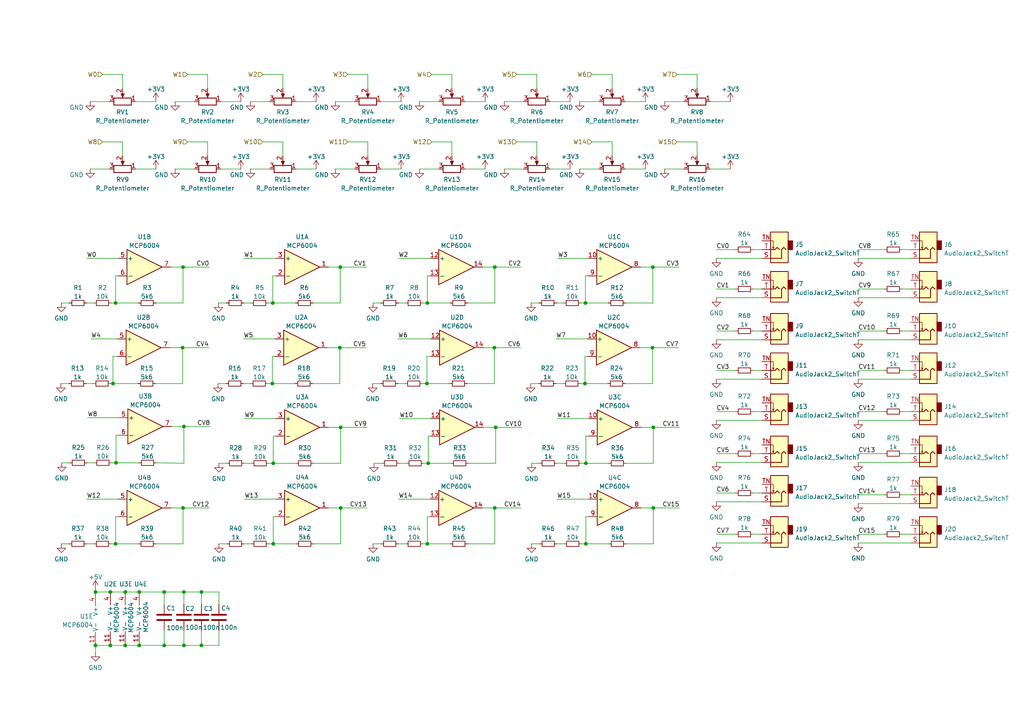
<source format=kicad_sch>
(kicad_sch (version 20231120) (generator "eeschema") (generator_version "8.0")
  (paper "A4")
  (junction (at 189.484 147.32))
  (junction (at 33.655 134.239))
  (junction (at 98.806 123.952))
  (junction (at 123.952 87.884))
  (junction (at 169.799 87.884))
  (junction (at 123.952 157.734))
  (junction (at 98.806 147.32))
  (junction (at 169.672 111.252))
  (junction (at 32.004 171.704))
  (junction (at 169.926 157.734))
  (junction (at 27.686 171.704))
  (junction (at 79.248 134.366))
  (junction (at 53.34 187.198))
  (junction (at 53.086 147.32))
  (junction (at 36.322 171.704))
  (junction (at 98.679 77.47))
  (junction (at 169.926 134.366))
  (junction (at 58.42 187.198))
  (junction (at 47.625 187.198))
  (junction (at 98.552 100.838))
  (junction (at 123.825 111.252))
  (junction (at 53.34 171.704))
  (junction (at 189.484 123.952))
  (junction (at 79.121 87.884))
  (junction (at 78.994 111.252))
  (junction (at 53.086 77.47))
  (junction (at 143.764 123.952))
  (junction (at 36.322 187.198))
  (junction (at 40.386 171.704))
  (junction (at 143.383 100.838))
  (junction (at 189.357 77.47))
  (junction (at 189.23 100.838))
  (junction (at 33.528 157.734))
  (junction (at 27.686 187.198))
  (junction (at 143.51 77.47))
  (junction (at 143.51 147.32))
  (junction (at 40.386 187.198))
  (junction (at 32.766 111.252))
  (junction (at 58.42 171.704))
  (junction (at 33.528 87.884))
  (junction (at 52.959 100.838))
  (junction (at 32.004 187.198))
  (junction (at 53.34 123.698))
  (junction (at 79.248 157.734))
  (junction (at 124.206 134.366))
  (junction (at 47.625 171.704))
  (wire (pts (xy 79.248 157.734) (xy 77.978 157.734)))
  (wire (pts (xy 177.546 25.654) (xy 177.546 21.59)))
  (wire (pts (xy 58.42 171.704) (xy 63.5 171.704)))
  (wire (pts (xy 161.544 121.412) (xy 170.688 121.412)))
  (wire (pts (xy 143.51 157.734) (xy 143.51 147.32)))
  (wire (pts (xy 33.528 80.01) (xy 33.528 87.884)))
  (wire (pts (xy 185.928 147.32) (xy 189.484 147.32)))
  (wire (pts (xy 90.805 87.884) (xy 98.679 87.884)))
  (wire (pts (xy 115.57 144.78) (xy 124.714 144.78)))
  (wire (pts (xy 248.92 107.442) (xy 256.54 107.442)))
  (wire (pts (xy 261.62 96.012) (xy 264.16 96.012)))
  (wire (pts (xy 79.248 149.86) (xy 79.248 157.734)))
  (wire (pts (xy 218.44 107.442) (xy 220.98 107.442)))
  (wire (pts (xy 196.342 41.148) (xy 202.184 41.148)))
  (wire (pts (xy 192.786 29.464) (xy 198.374 29.464)))
  (wire (pts (xy 261.62 131.572) (xy 264.16 131.572)))
  (wire (pts (xy 90.932 134.366) (xy 98.806 134.366)))
  (wire (pts (xy 79.121 87.884) (xy 85.725 87.884)))
  (wire (pts (xy 189.484 123.952) (xy 197.104 123.952)))
  (wire (pts (xy 149.86 41.148) (xy 155.702 41.148)))
  (wire (pts (xy 95.25 147.32) (xy 98.806 147.32)))
  (wire (pts (xy 25.146 74.93) (xy 34.29 74.93)))
  (wire (pts (xy 161.544 144.78) (xy 170.688 144.78)))
  (wire (pts (xy 123.952 87.884) (xy 122.682 87.884)))
  (wire (pts (xy 72.644 111.252) (xy 70.612 111.252)))
  (wire (pts (xy 207.772 134.112) (xy 220.98 134.112)))
  (wire (pts (xy 171.704 41.148) (xy 177.546 41.148)))
  (wire (pts (xy 146.304 29.464) (xy 151.892 29.464)))
  (wire (pts (xy 53.086 77.47) (xy 60.706 77.47)))
  (wire (pts (xy 20.066 87.884) (xy 17.78 87.884)))
  (wire (pts (xy 33.528 157.734) (xy 32.258 157.734)))
  (wire (pts (xy 248.92 83.82) (xy 256.54 83.82)))
  (wire (pts (xy 189.484 157.734) (xy 189.484 147.32)))
  (wire (pts (xy 248.92 146.05) (xy 264.16 146.05)))
  (wire (pts (xy 124.206 134.366) (xy 122.936 134.366)))
  (wire (pts (xy 121.666 49.022) (xy 127.254 49.022)))
  (wire (pts (xy 45.212 157.734) (xy 53.086 157.734)))
  (wire (pts (xy 139.954 147.32) (xy 143.51 147.32)))
  (wire (pts (xy 169.926 134.366) (xy 176.53 134.366)))
  (wire (pts (xy 98.806 134.366) (xy 98.806 123.952)))
  (wire (pts (xy 169.926 157.734) (xy 168.656 157.734)))
  (wire (pts (xy 131.064 25.654) (xy 131.064 21.59)))
  (wire (pts (xy 261.62 107.442) (xy 264.16 107.442)))
  (wire (pts (xy 49.53 77.47) (xy 53.086 77.47)))
  (wire (pts (xy 131.064 45.212) (xy 131.064 41.148)))
  (wire (pts (xy 248.92 154.94) (xy 256.54 154.94)))
  (wire (pts (xy 248.92 98.552) (xy 264.16 98.552)))
  (wire (pts (xy 135.89 134.366) (xy 143.764 134.366)))
  (wire (pts (xy 60.198 25.654) (xy 60.198 21.59)))
  (wire (pts (xy 70.866 121.412) (xy 80.01 121.412)))
  (wire (pts (xy 98.552 111.252) (xy 98.552 100.838)))
  (wire (pts (xy 39.37 29.464) (xy 45.212 29.464)))
  (wire (pts (xy 52.959 100.838) (xy 60.579 100.838)))
  (wire (pts (xy 33.655 134.239) (xy 40.259 134.239)))
  (wire (pts (xy 115.57 74.93) (xy 124.714 74.93)))
  (wire (pts (xy 189.23 100.838) (xy 196.85 100.838)))
  (wire (pts (xy 80.01 149.86) (xy 79.248 149.86)))
  (wire (pts (xy 33.528 157.734) (xy 40.132 157.734)))
  (wire (pts (xy 124.714 80.01) (xy 123.952 80.01)))
  (wire (pts (xy 207.772 83.82) (xy 213.36 83.82)))
  (wire (pts (xy 196.342 21.59) (xy 202.184 21.59)))
  (wire (pts (xy 248.92 121.92) (xy 264.16 121.92)))
  (wire (pts (xy 64.008 49.022) (xy 69.85 49.022)))
  (wire (pts (xy 149.86 21.59) (xy 155.702 21.59)))
  (wire (pts (xy 143.383 100.838) (xy 151.003 100.838)))
  (wire (pts (xy 123.952 149.86) (xy 123.952 157.734)))
  (wire (pts (xy 248.92 74.93) (xy 264.16 74.93)))
  (wire (pts (xy 20.193 134.239) (xy 17.907 134.239)))
  (wire (pts (xy 169.799 87.884) (xy 176.403 87.884)))
  (wire (pts (xy 72.644 49.022) (xy 78.232 49.022)))
  (wire (pts (xy 134.874 29.464) (xy 140.716 29.464)))
  (wire (pts (xy 169.799 87.884) (xy 168.529 87.884)))
  (wire (pts (xy 181.61 134.366) (xy 189.484 134.366)))
  (wire (pts (xy 32.766 111.252) (xy 40.005 111.252)))
  (wire (pts (xy 156.464 157.734) (xy 154.178 157.734)))
  (wire (pts (xy 27.686 171.704) (xy 27.686 171.958)))
  (wire (pts (xy 124.206 126.492) (xy 124.206 134.366)))
  (wire (pts (xy 143.51 147.32) (xy 151.13 147.32)))
  (wire (pts (xy 32.004 171.704) (xy 36.322 171.704)))
  (wire (pts (xy 79.248 134.366) (xy 85.852 134.366)))
  (wire (pts (xy 248.92 157.48) (xy 264.16 157.48)))
  (wire (pts (xy 218.44 119.38) (xy 220.98 119.38)))
  (wire (pts (xy 40.386 187.198) (xy 47.625 187.198)))
  (wire (pts (xy 161.798 74.93) (xy 170.5621 74.93)))
  (wire (pts (xy 40.386 186.944) (xy 40.386 187.198)))
  (wire (pts (xy 168.148 29.464) (xy 173.736 29.464)))
  (wire (pts (xy 134.874 49.022) (xy 140.716 49.022)))
  (wire (pts (xy 63.5 187.198) (xy 58.42 187.198)))
  (wire (pts (xy 248.92 96.012) (xy 256.54 96.012)))
  (wire (pts (xy 123.952 80.01) (xy 123.952 87.884)))
  (wire (pts (xy 261.62 119.38) (xy 264.16 119.38)))
  (wire (pts (xy 35.56 25.654) (xy 35.56 21.59)))
  (wire (pts (xy 170.688 149.86) (xy 169.926 149.86)))
  (wire (pts (xy 248.92 86.36) (xy 264.16 86.36)))
  (wire (pts (xy 110.363 111.252) (xy 108.077 111.252)))
  (wire (pts (xy 155.702 25.654) (xy 155.702 21.59)))
  (wire (pts (xy 143.764 123.952) (xy 151.384 123.952)))
  (wire (pts (xy 207.772 131.572) (xy 213.36 131.572)))
  (wire (pts (xy 35.56 45.212) (xy 35.56 41.148)))
  (wire (pts (xy 207.772 98.552) (xy 220.98 98.552)))
  (wire (pts (xy 110.744 134.366) (xy 108.458 134.366)))
  (wire (pts (xy 82.042 25.654) (xy 82.042 21.59)))
  (wire (pts (xy 100.838 21.59) (xy 106.68 21.59)))
  (wire (pts (xy 163.576 157.734) (xy 161.544 157.734)))
  (wire (pts (xy 79.121 87.884) (xy 77.851 87.884)))
  (wire (pts (xy 76.2 41.148) (xy 82.042 41.148)))
  (wire (pts (xy 110.49 29.464) (xy 116.332 29.464)))
  (wire (pts (xy 54.356 41.148) (xy 60.198 41.148)))
  (wire (pts (xy 33.528 149.86) (xy 33.528 157.734)))
  (wire (pts (xy 100.838 41.148) (xy 106.68 41.148)))
  (wire (pts (xy 26.162 29.464) (xy 31.75 29.464)))
  (wire (pts (xy 207.772 107.442) (xy 213.36 107.442)))
  (wire (pts (xy 33.528 87.884) (xy 32.258 87.884)))
  (wire (pts (xy 202.184 25.654) (xy 202.184 21.59)))
  (wire (pts (xy 33.528 87.884) (xy 40.132 87.884)))
  (wire (pts (xy 106.68 45.212) (xy 106.68 41.148)))
  (wire (pts (xy 143.383 111.252) (xy 143.383 100.838)))
  (wire (pts (xy 125.222 41.148) (xy 131.064 41.148)))
  (wire (pts (xy 140.208 123.952) (xy 143.764 123.952)))
  (wire (pts (xy 97.282 29.464) (xy 102.87 29.464)))
  (wire (pts (xy 207.772 74.93) (xy 220.98 74.93)))
  (wire (pts (xy 159.512 29.464) (xy 165.354 29.464)))
  (wire (pts (xy 163.322 111.252) (xy 161.29 111.252)))
  (wire (pts (xy 65.786 157.734) (xy 63.5 157.734)))
  (wire (pts (xy 70.866 144.78) (xy 80.01 144.78)))
  (wire (pts (xy 29.718 41.148) (xy 35.56 41.148)))
  (wire (pts (xy 189.484 134.366) (xy 189.484 123.952)))
  (wire (pts (xy 185.8021 77.47) (xy 189.357 77.47)))
  (wire (pts (xy 110.49 157.734) (xy 108.204 157.734)))
  (wire (pts (xy 78.994 111.252) (xy 77.724 111.252)))
  (wire (pts (xy 95.25 123.952) (xy 98.806 123.952)))
  (wire (pts (xy 54.356 21.59) (xy 60.198 21.59)))
  (wire (pts (xy 27.686 187.198) (xy 27.686 189.23)))
  (wire (pts (xy 79.248 126.492) (xy 79.248 134.366)))
  (wire (pts (xy 32.004 171.704) (xy 27.686 171.704)))
  (wire (pts (xy 64.008 29.464) (xy 69.85 29.464)))
  (wire (pts (xy 248.92 134.112) (xy 264.16 134.112)))
  (wire (pts (xy 192.786 49.022) (xy 198.374 49.022)))
  (wire (pts (xy 36.322 186.944) (xy 36.322 187.198)))
  (wire (pts (xy 53.34 175.26) (xy 53.34 171.704)))
  (wire (pts (xy 27.051 111.252) (xy 25.019 111.252)))
  (wire (pts (xy 29.718 21.59) (xy 35.56 21.59)))
  (wire (pts (xy 189.357 77.47) (xy 196.977 77.47)))
  (wire (pts (xy 135.636 157.734) (xy 143.51 157.734)))
  (wire (pts (xy 207.772 145.542) (xy 220.98 145.542)))
  (wire (pts (xy 218.44 83.82) (xy 220.98 83.82)))
  (wire (pts (xy 115.443 98.298) (xy 124.968 98.298)))
  (wire (pts (xy 207.772 121.92) (xy 220.98 121.92)))
  (wire (pts (xy 98.679 87.884) (xy 98.679 77.47)))
  (wire (pts (xy 163.576 134.366) (xy 161.544 134.366)))
  (wire (pts (xy 34.29 80.01) (xy 33.528 80.01)))
  (wire (pts (xy 248.92 119.38) (xy 256.54 119.38)))
  (wire (pts (xy 218.44 72.39) (xy 220.98 72.39)))
  (wire (pts (xy 40.386 171.704) (xy 47.625 171.704)))
  (wire (pts (xy 248.92 143.51) (xy 256.54 143.51)))
  (wire (pts (xy 125.222 21.59) (xy 131.064 21.59)))
  (wire (pts (xy 27.686 187.198) (xy 32.004 187.198)))
  (wire (pts (xy 189.484 147.32) (xy 197.104 147.32)))
  (wire (pts (xy 143.764 134.366) (xy 143.764 123.952)))
  (wire (pts (xy 135.509 111.252) (xy 143.383 111.252)))
  (wire (pts (xy 163.449 87.884) (xy 161.417 87.884)))
  (wire (pts (xy 26.162 49.022) (xy 31.75 49.022)))
  (wire (pts (xy 156.21 111.252) (xy 153.924 111.252)))
  (wire (pts (xy 261.62 143.51) (xy 264.16 143.51)))
  (wire (pts (xy 72.898 157.734) (xy 70.866 157.734)))
  (wire (pts (xy 218.44 96.012) (xy 220.98 96.012)))
  (wire (pts (xy 32.004 187.198) (xy 36.322 187.198)))
  (wire (pts (xy 79.121 80.01) (xy 79.121 87.884)))
  (wire (pts (xy 218.44 131.572) (xy 220.98 131.572)))
  (wire (pts (xy 33.655 134.239) (xy 32.385 134.239)))
  (wire (pts (xy 159.512 49.022) (xy 165.354 49.022)))
  (wire (pts (xy 36.322 171.704) (xy 40.386 171.704)))
  (wire (pts (xy 63.5 171.704) (xy 63.5 175.26)))
  (wire (pts (xy 63.5 182.88) (xy 63.5 187.198)))
  (wire (pts (xy 58.42 171.704) (xy 58.42 175.26)))
  (wire (pts (xy 98.679 77.47) (xy 106.299 77.47)))
  (wire (pts (xy 207.772 109.982) (xy 220.98 109.982)))
  (wire (pts (xy 47.625 171.704) (xy 53.34 171.704)))
  (wire (pts (xy 110.49 49.022) (xy 116.332 49.022)))
  (wire (pts (xy 169.926 126.492) (xy 169.926 134.366)))
  (wire (pts (xy 123.825 103.378) (xy 123.825 111.252)))
  (wire (pts (xy 65.532 111.252) (xy 63.246 111.252)))
  (wire (pts (xy 169.672 111.252) (xy 168.402 111.252)))
  (wire (pts (xy 49.784 123.698) (xy 53.34 123.698)))
  (wire (pts (xy 115.824 121.412) (xy 124.968 121.412)))
  (wire (pts (xy 49.53 147.32) (xy 53.086 147.32)))
  (wire (pts (xy 169.672 111.252) (xy 176.276 111.252)))
  (wire (pts (xy 207.772 72.39) (xy 213.36 72.39)))
  (wire (pts (xy 135.636 87.884) (xy 143.51 87.884)))
  (wire (pts (xy 47.625 182.88) (xy 47.625 187.198)))
  (wire (pts (xy 82.042 45.212) (xy 82.042 41.148)))
  (wire (pts (xy 169.799 80.01) (xy 170.5621 80.01)))
  (wire (pts (xy 20.066 157.734) (xy 17.78 157.734)))
  (wire (pts (xy 169.926 134.366) (xy 168.656 134.366)))
  (wire (pts (xy 106.68 25.654) (xy 106.68 21.59)))
  (wire (pts (xy 117.475 111.252) (xy 115.443 111.252)))
  (wire (pts (xy 110.49 87.884) (xy 108.204 87.884)))
  (wire (pts (xy 207.772 119.38) (xy 213.36 119.38)))
  (wire (pts (xy 181.356 111.252) (xy 189.23 111.252)))
  (wire (pts (xy 94.996 100.838) (xy 98.552 100.838)))
  (wire (pts (xy 181.356 29.464) (xy 187.198 29.464)))
  (wire (pts (xy 169.926 149.86) (xy 169.926 157.734)))
  (wire (pts (xy 123.952 157.734) (xy 130.556 157.734)))
  (wire (pts (xy 124.206 134.366) (xy 130.81 134.366)))
  (wire (pts (xy 97.282 49.022) (xy 102.87 49.022)))
  (wire (pts (xy 185.928 123.952) (xy 189.484 123.952)))
  (wire (pts (xy 168.148 49.022) (xy 173.736 49.022)))
  (wire (pts (xy 34.29 149.86) (xy 33.528 149.86)))
  (wire (pts (xy 85.852 49.022) (xy 91.694 49.022)))
  (wire (pts (xy 139.954 77.47) (xy 143.51 77.47)))
  (wire (pts (xy 79.756 103.378) (xy 78.994 103.378)))
  (wire (pts (xy 124.714 149.86) (xy 123.952 149.86)))
  (wire (pts (xy 85.852 29.464) (xy 91.694 29.464)))
  (wire (pts (xy 189.23 111.252) (xy 189.23 100.838)))
  (wire (pts (xy 248.92 109.982) (xy 264.16 109.982)))
  (wire (pts (xy 90.678 111.252) (xy 98.552 111.252)))
  (wire (pts (xy 123.825 103.378) (xy 124.968 103.378)))
  (wire (pts (xy 98.806 157.734) (xy 98.806 147.32)))
  (wire (pts (xy 58.42 187.198) (xy 53.34 187.198)))
  (wire (pts (xy 53.086 87.884) (xy 53.086 77.47)))
  (wire (pts (xy 117.856 134.366) (xy 115.824 134.366)))
  (wire (pts (xy 205.994 49.022) (xy 211.836 49.022)))
  (wire (pts (xy 98.552 100.838) (xy 106.172 100.838)))
  (wire (pts (xy 143.51 77.47) (xy 151.13 77.47)))
  (wire (pts (xy 207.772 96.012) (xy 213.36 96.012)))
  (wire (pts (xy 25.146 144.78) (xy 34.29 144.78)))
  (wire (pts (xy 53.34 123.698) (xy 60.96 123.698)))
  (wire (pts (xy 124.968 126.492) (xy 124.206 126.492)))
  (wire (pts (xy 45.339 134.239) (xy 53.34 134.366)))
  (wire (pts (xy 80.01 126.492) (xy 79.248 126.492)))
  (wire (pts (xy 207.772 86.36) (xy 220.98 86.36)))
  (wire (pts (xy 248.92 131.572) (xy 256.54 131.572)))
  (wire (pts (xy 53.34 182.88) (xy 53.34 187.198)))
  (wire (pts (xy 52.959 111.252) (xy 52.959 100.838)))
  (wire (pts (xy 146.304 49.022) (xy 151.892 49.022)))
  (wire (pts (xy 98.806 147.32) (xy 106.426 147.32)))
  (wire (pts (xy 218.44 154.94) (xy 220.98 154.94)))
  (wire (pts (xy 117.602 157.734) (xy 115.57 157.734)))
  (wire (pts (xy 169.799 80.01) (xy 169.799 87.884)))
  (wire (pts (xy 25.4 121.158) (xy 34.544 121.158)))
  (wire (pts (xy 79.248 157.734) (xy 85.852 157.734)))
  (wire (pts (xy 27.305 134.239) (xy 25.273 134.239)))
  (wire (pts (xy 90.932 157.734) (xy 98.806 157.734)))
  (wire (pts (xy 207.772 143.002) (xy 213.36 143.002)))
  (wire (pts (xy 181.61 157.734) (xy 189.484 157.734)))
  (wire (pts (xy 27.178 87.884) (xy 25.146 87.884)))
  (wire (pts (xy 161.29 98.298) (xy 170.434 98.298)))
  (wire (pts (xy 121.666 29.464) (xy 127.254 29.464)))
  (wire (pts (xy 177.546 45.212) (xy 177.546 41.148)))
  (wire (pts (xy 261.62 83.82) (xy 264.16 83.82)))
  (wire (pts (xy 185.674 100.838) (xy 189.23 100.838)))
  (wire (pts (xy 189.357 87.884) (xy 189.357 77.47)))
  (wire (pts (xy 27.686 170.942) (xy 27.686 171.704)))
  (wire (pts (xy 39.37 49.022) (xy 45.212 49.022)))
  (wire (pts (xy 50.8 29.464) (xy 56.388 29.464)))
  (wire (pts (xy 72.898 134.366) (xy 70.866 134.366)))
  (wire (pts (xy 155.702 45.212) (xy 155.702 41.148)))
  (wire (pts (xy 49.276 100.838) (xy 52.959 100.838)))
  (wire (pts (xy 248.92 72.39) (xy 256.54 72.39)))
  (wire (pts (xy 19.939 111.252) (xy 17.653 111.252)))
  (wire (pts (xy 47.625 187.198) (xy 53.34 187.198)))
  (wire (pts (xy 170.434 103.378) (xy 169.672 103.378)))
  (wire (pts (xy 33.655 126.238) (xy 34.544 126.238)))
  (wire (pts (xy 32.131 111.252) (xy 32.766 111.252)))
  (wire (pts (xy 36.322 187.198) (xy 40.386 187.198)))
  (wire (pts (xy 98.806 123.952) (xy 106.426 123.952)))
  (wire (pts (xy 143.51 87.884) (xy 143.51 77.47)))
  (wire (pts (xy 34.036 103.378) (xy 32.766 103.378)))
  (wire (pts (xy 95.25 77.47) (xy 98.679 77.47)))
  (wire (pts (xy 117.602 87.884) (xy 115.57 87.884)))
  (wire (pts (xy 79.121 80.01) (xy 80.01 80.01)))
  (wire (pts (xy 123.825 111.252) (xy 130.429 111.252)))
  (wire (pts (xy 156.464 134.366) (xy 154.178 134.366)))
  (wire (pts (xy 181.483 87.884) (xy 189.357 87.884)))
  (wire (pts (xy 207.772 154.94) (xy 213.36 154.94)))
  (wire (pts (xy 156.337 87.884) (xy 154.051 87.884)))
  (wire (pts (xy 70.612 98.298) (xy 79.756 98.298)))
  (wire (pts (xy 58.42 182.88) (xy 58.42 187.198)))
  (wire (pts (xy 72.644 29.464) (xy 78.232 29.464)))
  (wire (pts (xy 70.739 74.93) (xy 80.01 74.93)))
  (wire (pts (xy 27.178 157.734) (xy 25.146 157.734)))
  (wire (pts (xy 79.248 134.366) (xy 77.978 134.366)))
  (wire (pts (xy 123.952 87.884) (xy 130.556 87.884)))
  (wire (pts (xy 123.952 157.734) (xy 122.682 157.734)))
  (wire (pts (xy 207.772 157.48) (xy 220.98 157.48)))
  (wire (pts (xy 171.704 21.59) (xy 177.546 21.59)))
  (wire (pts (xy 181.356 49.022) (xy 187.198 49.022)))
  (wire (pts (xy 60.198 45.212) (xy 60.198 41.148)))
  (wire (pts (xy 261.62 154.94) (xy 264.16 154.94)))
  (wire (pts (xy 123.825 111.252) (xy 122.555 111.252)))
  (wire (pts (xy 202.184 45.212) (xy 202.184 41.148)))
  (wire (pts (xy 140.208 100.838) (xy 143.383 100.838)))
  (wire (pts (xy 47.625 171.704) (xy 47.625 175.26)))
  (wire (pts (xy 78.994 111.252) (xy 85.598 111.252)))
  (wire (pts (xy 169.672 103.378) (xy 169.672 111.252)))
  (wire (pts (xy 205.994 29.464) (xy 211.836 29.464)))
  (wire (pts (xy 78.994 103.378) (xy 78.994 111.252)))
  (wire (pts (xy 65.659 87.884) (xy 63.373 87.884)))
  (wire (pts (xy 33.655 126.238) (xy 33.655 134.239)))
  (wire (pts (xy 261.62 72.39) (xy 264.16 72.39)))
  (wire (pts (xy 53.086 157.734) (xy 53.086 147.32)))
  (wire (pts (xy 53.34 123.698) (xy 53.34 134.366)))
  (wire (pts (xy 53.34 171.704) (xy 58.42 171.704)))
  (wire (pts (xy 169.926 157.734) (xy 176.53 157.734)))
  (wire (pts (xy 76.2 21.59) (xy 82.042 21.59)))
  (wire (pts (xy 170.688 126.492) (xy 169.926 126.492)))
  (wire (pts (xy 218.44 143.002) (xy 220.98 143.002)))
  (wire (pts (xy 65.786 134.366) (xy 63.5 134.366)))
  (wire (pts (xy 45.085 111.252) (xy 52.959 111.252)))
  (wire (pts (xy 26.416 98.298) (xy 34.036 98.298)))
  (wire (pts (xy 32.004 187.198) (xy 32.004 186.944)))
  (wire (pts (xy 45.212 87.884) (xy 53.086 87.884)))
  (wire (pts (xy 32.766 103.378) (xy 32.766 111.252)))
  (wire (pts (xy 53.086 147.32) (xy 60.706 147.32)))
  (wire (pts (xy 72.771 87.884) (xy 70.739 87.884)))
  (wire (pts (xy 50.8 49.022) (xy 56.388 49.022)))
  (label "CV15" (at 248.92 154.94 0))
  (label "CV6" (at 207.772 143.002 0))
  (label "CV5" (at 207.772 131.572 0))
  (label "CV1" (at 106.299 77.47 180))
  (label "CV7" (at 196.85 100.838 180))
  (label "CV14" (at 151.13 147.32 180))
  (label "CV14" (at 248.92 143.51 0))
  (label "CV6" (at 151.003 100.838 180))
  (label "CV8" (at 248.92 72.39 0))
  (label "CV0" (at 60.706 77.47 180))
  (label "CV12" (at 60.706 147.32 180))
  (label "CV12" (at 248.92 119.38 0))
  (label "W0" (at 25.146 74.93 0))
  (label "W10" (at 115.824 121.412 0))
  (label "W13" (at 70.866 144.78 0))
  (label "W11" (at 161.544 121.412 0))
  (label "CV3" (at 207.772 107.442 0))
  (label "W3" (at 161.798 74.93 0))
  (label "CV4" (at 60.579 100.838 180))
  (label "CV13" (at 106.426 147.32 180))
  (label "CV10" (at 151.384 123.952 180))
  (label "W12" (at 25.146 144.78 0))
  (label "W1" (at 70.739 74.93 0))
  (label "W4" (at 26.416 98.298 0))
  (label "W7" (at 161.29 98.298 0))
  (label "CV8" (at 60.96 123.698 180))
  (label "CV9" (at 248.92 83.82 0))
  (label "W5" (at 70.612 98.298 0))
  (label "CV4" (at 207.772 119.38 0))
  (label "W6" (at 115.443 98.298 0))
  (label "CV1" (at 207.772 83.82 0))
  (label "CV13" (at 248.92 131.572 0))
  (label "W2" (at 115.57 74.93 0))
  (label "CV2" (at 207.772 96.012 0))
  (label "CV5" (at 106.172 100.838 180))
  (label "W8" (at 25.4 121.158 0))
  (label "CV9" (at 106.426 123.952 180))
  (label "CV11" (at 197.104 123.952 180))
  (label "CV15" (at 197.104 147.32 180))
  (label "CV11" (at 248.92 107.442 0))
  (label "CV3" (at 196.977 77.47 180))
  (label "CV0" (at 207.772 72.39 0))
  (label "CV7" (at 207.772 154.94 0))
  (label "W9" (at 70.866 121.412 0))
  (label "CV10" (at 248.92 96.012 0))
  (label "CV2" (at 151.13 77.47 180))
  (label "W14" (at 115.57 144.78 0))
  (label "W15" (at 161.544 144.78 0))
  (hierarchical_label "W8" (shape input) (at 29.718 41.148 180))
  (hierarchical_label "W13" (shape input) (at 149.86 41.148 180))
  (hierarchical_label "W4" (shape input) (at 125.222 21.59 180))
  (hierarchical_label "W0" (shape input) (at 29.718 21.59 180))
  (hierarchical_label "W10" (shape input) (at 76.2 41.148 180))
  (hierarchical_label "W3" (shape input) (at 100.838 21.59 180))
  (hierarchical_label "W15" (shape input) (at 196.342 41.148 180))
  (hierarchical_label "W11" (shape input) (at 100.838 41.148 180))
  (hierarchical_label "W2" (shape input) (at 76.2 21.59 180))
  (hierarchical_label "W12" (shape input) (at 125.222 41.148 180))
  (hierarchical_label "W14" (shape input) (at 171.704 41.148 180))
  (hierarchical_label "W7" (shape input) (at 196.342 21.59 180))
  (hierarchical_label "W9" (shape input) (at 54.356 41.148 180))
  (hierarchical_label "W1" (shape input) (at 54.356 21.59 180))
  (hierarchical_label "W6" (shape input) (at 171.704 21.59 180))
  (hierarchical_label "W5" (shape input) (at 149.86 21.59 180))
  (symbol (lib_id "Device:R_Small") (at 158.75 111.252 270) (unit 1)
    (property "Reference" "R22" (at 158.75 106.8156 90))
    (property "Value" "1k" (at 158.75 109.3525 90))
    (property "Footprint" "Resistor_SMD:R_0402_1005Metric" (effects (hide yes)))
  )
  (symbol (lib_id "Device:R_Small") (at 215.9 143.002 90) (unit 1)
    (property "Reference" "R76" (at 215.9 138.5656 90))
    (property "Value" "1k" (at 215.9 141.1025 90))
    (property "Footprint" "Resistor_SMD:R_0402_1005Metric" (effects (hide yes)))
  )
  (symbol (lib_id "Device:R_Small") (at 120.015 111.252 270) (unit 1)
    (property "Reference" "R20" (at 120.015 106.8156 90))
    (property "Value" "10k" (at 120.015 109.3525 90))
    (property "Footprint" "Resistor_SMD:R_0402_1005Metric" (effects (hide yes)))
  )
  (symbol (lib_id "Device:R_Small") (at 215.9 83.82 90) (unit 1)
    (property "Reference" "R66" (at 215.9 79.3836 90))
    (property "Value" "1k" (at 215.9 81.9205 90))
    (property "Footprint" "Resistor_SMD:R_0402_1005Metric" (effects (hide yes)))
  )
  (symbol (lib_id "power:GND") (at 17.907 134.239 0) (unit 1)
    (property "Reference" "#PWR093" (effects (hide yes)))
    (property "Value" "GND" (at 17.907 138.6824 0))
  )
  (symbol (lib_id "power:GND") (at 97.282 49.022 0) (unit 1)
    (property "Reference" "#PWR023" (effects (hide yes)))
    (property "Value" "GND" (at 95.3771 50.7258 0) (effects (justify right)))
  )
  (symbol (lib_id "Connector:AudioJack2_SwitchT") (at 269.24 72.39 180) (unit 1)
    (property "Reference" "J6" (at 273.812 70.9203 0) (effects (justify right)))
    (property "Value" "AudioJack2_SwitchT" (at 273.812 73.4572 0) (effects (justify right)))
    (property "Footprint" "ta_library:Thonkiconn" (effects (hide yes)))
  )
  (symbol (lib_id "Amplifier_Operational:MCP6004") (at 178.054 100.838 0) (unit 3)
    (property "Reference" "U2" (at 178.054 92.0582 0))
    (property "Value" "MCP6004" (at 178.054 94.5951 0))
    (property "Footprint" "Package_SO:SOIC-14_3.9x8.7mm_P1.27mm" (effects (hide yes)))
    (property "Datasheet" "http://ww1.microchip.com/downloads/en/DeviceDoc/21733j.pdf" (effects (hide yes)))
  )
  (symbol (lib_id "power:GND") (at 50.8 29.464 0) (unit 1)
    (property "Reference" "#PWR03" (effects (hide yes)))
    (property "Value" "GND" (at 48.8951 31.1678 0) (effects (justify right)))
  )
  (symbol (lib_id "power:GND") (at 207.772 98.552 0) (unit 1)
    (property "Reference" "#PWR085" (effects (hide yes)))
    (property "Value" "GND" (at 207.772 102.9954 0))
  )
  (symbol (lib_id "power:GND") (at 63.5 134.366 0) (unit 1)
    (property "Reference" "#PWR040" (effects (hide yes)))
    (property "Value" "GND" (at 63.5 138.8094 0))
  )
  (symbol (lib_id "Connector:AudioJack2_SwitchT") (at 226.06 83.82 180) (unit 1)
    (property "Reference" "J7" (at 230.632 82.3503 0) (effects (justify right)))
    (property "Value" "AudioJack2_SwitchT" (at 230.632 84.8872 0) (effects (justify right)))
    (property "Footprint" "ta_library:Thonkiconn" (effects (hide yes)))
  )
  (symbol (lib_id "Amplifier_Operational:MCP6004") (at 132.334 77.47 0) (unit 4)
    (property "Reference" "U1" (at 132.334 68.6902 0))
    (property "Value" "MCP6004" (at 132.334 71.2271 0))
    (property "Footprint" "Package_SO:SOIC-14_3.9x8.7mm_P1.27mm" (effects (hide yes)))
    (property "Datasheet" "http://ww1.microchip.com/downloads/en/DeviceDoc/21733j.pdf" (effects (hide yes)))
  )
  (symbol (lib_id "Device:R_Small") (at 29.591 111.252 270) (unit 1)
    (property "Reference" "R14" (at 29.591 106.8156 90))
    (property "Value" "10k" (at 29.591 109.3525 90))
    (property "Footprint" "Resistor_SMD:R_0402_1005Metric" (effects (hide yes)))
  )
  (symbol (lib_id "Connector:AudioJack2_SwitchT") (at 226.06 143.002 180) (unit 1)
    (property "Reference" "J17" (at 230.632 141.5323 0) (effects (justify right)))
    (property "Value" "AudioJack2_SwitchT" (at 230.632 144.0692 0) (effects (justify right)))
    (property "Footprint" "ta_library:Thonkiconn" (effects (hide yes)))
  )
  (symbol (lib_id "Connector:AudioJack2_SwitchT") (at 269.24 96.012 180) (unit 1)
    (property "Reference" "J10" (at 273.812 94.5423 0) (effects (justify right)))
    (property "Value" "AudioJack2_SwitchT" (at 273.812 97.0792 0) (effects (justify right)))
    (property "Footprint" "ta_library:Thonkiconn" (effects (hide yes)))
  )
  (symbol (lib_id "power:GND") (at 63.5 157.734 0) (unit 1)
    (property "Reference" "#PWR043" (effects (hide yes)))
    (property "Value" "GND" (at 63.5 162.1774 0))
  )
  (symbol (lib_id "Device:R_Small") (at 259.08 143.51 90) (unit 1)
    (property "Reference" "R77" (at 259.08 139.0736 90))
    (property "Value" "1k" (at 259.08 141.6105 90))
    (property "Footprint" "Resistor_SMD:R_0402_1005Metric" (effects (hide yes)))
  )
  (symbol (lib_id "power:GND") (at 207.772 121.92 0) (unit 1)
    (property "Reference" "#PWR089" (effects (hide yes)))
    (property "Value" "GND" (at 207.772 126.3634 0))
  )
  (symbol (lib_id "Amplifier_Operational:MCP6004") (at 87.63 123.952 0) (unit 1)
    (property "Reference" "U3" (at 87.63 115.1722 0))
    (property "Value" "MCP6004" (at 87.63 117.7091 0))
    (property "Footprint" "Package_SO:SOIC-14_3.9x8.7mm_P1.27mm" (effects (hide yes)))
    (property "Datasheet" "http://ww1.microchip.com/downloads/en/DeviceDoc/21733j.pdf" (effects (hide yes)))
  )
  (symbol (lib_id "power:+3V3") (at 69.85 29.464 0) (unit 1)
    (property "Reference" "#PWR02" (effects (hide yes)))
    (property "Value" "+3V3" (at 69.85 25.8882 0))
  )
  (symbol (lib_id "Device:R_Small") (at 68.072 111.252 270) (unit 1)
    (property "Reference" "R16" (at 68.072 106.8156 90))
    (property "Value" "1k" (at 68.072 109.3525 90))
    (property "Footprint" "Resistor_SMD:R_0402_1005Metric" (effects (hide yes)))
  )
  (symbol (lib_id "power:GND") (at 108.204 87.884 0) (unit 1)
    (property "Reference" "#PWR034" (effects (hide yes)))
    (property "Value" "GND" (at 108.204 92.3274 0))
  )
  (symbol (lib_id "power:GND") (at 248.92 86.36 0) (unit 1)
    (property "Reference" "#PWR084" (effects (hide yes)))
    (property "Value" "GND" (at 248.92 90.8034 0))
  )
  (symbol (lib_id "Amplifier_Operational:MCP6004") (at 87.63 147.32 0) (unit 1)
    (property "Reference" "U4" (at 87.63 138.43 0))
    (property "Value" "MCP6004" (at 87.63 141.0771 0))
    (property "Footprint" "Package_SO:SOIC-14_3.9x8.7mm_P1.27mm" (effects (hide yes)))
    (property "Datasheet" "http://ww1.microchip.com/downloads/en/DeviceDoc/21733j.pdf" (effects (hide yes)))
  )
  (symbol (lib_id "Connector:AudioJack2_SwitchT") (at 269.24 154.94 180) (unit 1)
    (property "Reference" "J20" (at 273.812 153.4703 0) (effects (justify right)))
    (property "Value" "AudioJack2_SwitchT" (at 273.812 156.0072 0) (effects (justify right)))
    (property "Footprint" "ta_library:Thonkiconn" (effects (hide yes)))
  )
  (symbol (lib_id "power:GND") (at 248.92 109.982 0) (unit 1)
    (property "Reference" "#PWR088" (effects (hide yes)))
    (property "Value" "GND" (at 248.92 114.4254 0))
  )
  (symbol (lib_id "Amplifier_Operational:MCP6004") (at 38.862 179.324 0) (unit 5)
    (property "Reference" "U3" (at 34.544 169.418 0) (effects (justify left)))
    (property "Value" "MCP6004" (at 37.973 183.642 90) (effects (justify left)))
    (property "Footprint" "Package_SO:SOIC-14_3.9x8.7mm_P1.27mm" (effects (hide yes)))
    (property "Datasheet" "http://ww1.microchip.com/downloads/en/DeviceDoc/21733j.pdf" (effects (hide yes)))
  )
  (symbol (lib_id "power:GND") (at 72.644 29.464 0) (unit 1)
    (property "Reference" "#PWR05" (effects (hide yes)))
    (property "Value" "GND" (at 70.7391 31.1678 0) (effects (justify right)))
  )
  (symbol (lib_id "Device:R_Small") (at 159.004 157.734 270) (unit 1)
    (property "Reference" "R46" (at 159.004 153.2976 90))
    (property "Value" "1k" (at 159.004 155.8345 90))
    (property "Footprint" "Resistor_SMD:R_0402_1005Metric" (effects (hide yes)))
  )
  (symbol (lib_id "Device:R_Small") (at 215.9 107.442 90) (unit 1)
    (property "Reference" "R70" (at 215.9 103.0056 90))
    (property "Value" "1k" (at 215.9 105.5425 90))
    (property "Footprint" "Resistor_SMD:R_0402_1005Metric" (effects (hide yes)))
  )
  (symbol (lib_id "power:GND") (at 154.051 87.884 0) (unit 1)
    (property "Reference" "#PWR035" (effects (hide yes)))
    (property "Value" "GND" (at 154.051 92.3274 0))
  )
  (symbol (lib_id "Device:R_Potentiometer") (at 155.702 49.022 270) (mirror x) (unit 1)
    (property "Reference" "RV14" (at 155.702 52.0684 90))
    (property "Value" "R_Potentiometer" (at 155.702 54.6053 90))
    (property "Footprint" "ta_library:Alps_60mm_Fader" (effects (hide yes)))
  )
  (symbol (lib_id "power:+3V3") (at 91.694 29.464 0) (unit 1)
    (property "Reference" "#PWR04" (effects (hide yes)))
    (property "Value" "+3V3" (at 91.694 25.8882 0))
  )
  (symbol (lib_id "Device:R_Small") (at 42.545 111.252 270) (unit 1)
    (property "Reference" "R15" (at 42.545 106.8156 90))
    (property "Value" "5k6" (at 42.545 109.3525 90))
    (property "Footprint" "Resistor_SMD:R_0402_1005Metric" (effects (hide yes)))
  )
  (symbol (lib_id "Device:R_Potentiometer") (at 202.184 49.022 270) (mirror x) (unit 1)
    (property "Reference" "RV16" (at 202.184 52.0684 90))
    (property "Value" "R_Potentiometer" (at 202.184 54.6053 90))
    (property "Footprint" "ta_library:Alps_60mm_Fader" (effects (hide yes)))
  )
  (symbol (lib_id "Device:R_Small") (at 133.096 157.734 270) (unit 1)
    (property "Reference" "R45" (at 133.096 153.2976 90))
    (property "Value" "5k6" (at 133.096 155.8345 90))
    (property "Footprint" "Resistor_SMD:R_0402_1005Metric" (effects (hide yes)))
  )
  (symbol (lib_id "Device:R_Small") (at 259.08 131.572 90) (unit 1)
    (property "Reference" "R75" (at 259.08 127.1356 90))
    (property "Value" "1k" (at 259.08 129.6725 90))
    (property "Footprint" "Resistor_SMD:R_0402_1005Metric" (effects (hide yes)))
  )
  (symbol (lib_id "power:GND") (at 154.178 157.734 0) (unit 1)
    (property "Reference" "#PWR045" (effects (hide yes)))
    (property "Value" "GND" (at 154.178 162.1774 0))
  )
  (symbol (lib_id "Amplifier_Operational:MCP6004") (at 41.91 147.32 0) (unit 2)
    (property "Reference" "U4" (at 41.91 138.5402 0))
    (property "Value" "MCP6004" (at 41.91 141.0771 0))
    (property "Footprint" "Package_SO:SOIC-14_3.9x8.7mm_P1.27mm" (effects (hide yes)))
    (property "Datasheet" "http://ww1.microchip.com/downloads/en/DeviceDoc/21733j.pdf" (effects (hide yes)))
  )
  (symbol (lib_id "Device:R_Small") (at 113.284 134.366 270) (unit 1)
    (property "Reference" "R31" (at 113.284 129.9296 90))
    (property "Value" "1k" (at 113.284 132.4665 90))
    (property "Footprint" "Resistor_SMD:R_0402_1005Metric" (effects (hide yes)))
  )
  (symbol (lib_id "Device:R_Potentiometer") (at 106.68 49.022 270) (mirror x) (unit 1)
    (property "Reference" "RV12" (at 106.68 52.0684 90))
    (property "Value" "R_Potentiometer" (at 106.68 54.6053 90))
    (property "Footprint" "ta_library:Alps_60mm_Fader" (effects (hide yes)))
  )
  (symbol (lib_id "power:+3V3") (at 116.332 49.022 0) (unit 1)
    (property "Reference" "#PWR022" (effects (hide yes)))
    (property "Value" "+3V3" (at 116.332 45.4462 0))
  )
  (symbol (lib_id "Device:R_Small") (at 158.877 87.884 270) (unit 1)
    (property "Reference" "R10" (at 158.877 83.4476 90))
    (property "Value" "1k" (at 158.877 85.9845 90))
    (property "Footprint" "Resistor_SMD:R_0402_1005Metric" (effects (hide yes)))
  )
  (symbol (lib_id "power:GND") (at 17.653 111.252 0) (unit 1)
    (property "Reference" "#PWR036" (effects (hide yes)))
    (property "Value" "GND" (at 17.653 115.6954 0))
  )
  (symbol (lib_id "power:+3V3") (at 45.212 49.022 0) (unit 1)
    (property "Reference" "#PWR016" (effects (hide yes)))
    (property "Value" "+3V3" (at 45.212 45.4462 0))
  )
  (symbol (lib_id "Amplifier_Operational:MCP6004") (at 42.926 179.324 0) (unit 5)
    (property "Reference" "U4" (at 38.862 169.418 0) (effects (justify left)))
    (property "Value" "MCP6004" (at 42.291 183.515 90) (effects (justify left)))
    (property "Footprint" "Package_SO:SOIC-14_3.9x8.7mm_P1.27mm" (effects (hide yes)))
    (property "Datasheet" "http://ww1.microchip.com/downloads/en/DeviceDoc/21733j.pdf" (effects (hide yes)))
  )
  (symbol (lib_id "Device:R_Small") (at 68.199 87.884 270) (unit 1)
    (property "Reference" "R4" (at 68.199 83.4476 90))
    (property "Value" "1k" (at 68.199 85.9845 90))
    (property "Footprint" "Resistor_SMD:R_0402_1005Metric" (effects (hide yes)))
  )
  (symbol (lib_id "Amplifier_Operational:MCP6004") (at 178.1821 77.47 0) (unit 3)
    (property "Reference" "U1" (at 178.1821 68.6902 0))
    (property "Value" "MCP6004" (at 178.1821 71.2271 0))
    (property "Footprint" "Package_SO:SOIC-14_3.9x8.7mm_P1.27mm" (effects (hide yes)))
    (property "Datasheet" "http://ww1.microchip.com/downloads/en/DeviceDoc/21733j.pdf" (effects (hide yes)))
  )
  (symbol (lib_id "power:GND") (at 63.373 87.884 0) (unit 1)
    (property "Reference" "#PWR033" (effects (hide yes)))
    (property "Value" "GND" (at 63.373 92.3274 0))
  )
  (symbol (lib_id "power:GND") (at 108.458 134.366 0) (unit 1)
    (property "Reference" "#PWR041" (effects (hide yes)))
    (property "Value" "GND" (at 108.458 138.8094 0))
  )
  (symbol (lib_id "Device:C") (at 47.625 179.07 0) (unit 1)
    (property "Reference" "C1" (at 48.26 176.403 0) (effects (justify left)))
    (property "Value" "100n" (at 48.26 182.118 0) (effects (justify left)))
    (property "Footprint" "Capacitor_SMD:C_0402_1005Metric" (effects (hide yes)))
  )
  (symbol (lib_id "Device:R_Small") (at 165.989 87.884 270) (unit 1)
    (property "Reference" "R11" (at 165.989 83.4476 90))
    (property "Value" "10k" (at 165.989 85.9845 90))
    (property "Footprint" "Resistor_SMD:R_0402_1005Metric" (effects (hide yes)))
  )
  (symbol (lib_id "Device:R_Small") (at 75.438 134.366 270) (unit 1)
    (property "Reference" "R29" (at 75.438 129.9296 90))
    (property "Value" "10k" (at 75.438 132.4665 90))
    (property "Footprint" "Resistor_SMD:R_0402_1005Metric" (effects (hide yes)))
  )
  (symbol (lib_id "Device:R_Small") (at 68.326 157.734 270) (unit 1)
    (property "Reference" "R40" (at 68.326 153.2976 90))
    (property "Value" "1k" (at 68.326 155.8345 90))
    (property "Footprint" "Resistor_SMD:R_0402_1005Metric" (effects (hide yes)))
  )
  (symbol (lib_id "Device:R_Potentiometer") (at 82.042 29.464 270) (mirror x) (unit 1)
    (property "Reference" "RV3" (at 82.042 32.5104 90))
    (property "Value" "R_Potentiometer" (at 82.042 35.0473 90))
    (property "Footprint" "ta_library:Alps_60mm_Fader" (effects (hide yes)))
  )
  (symbol (lib_id "power:GND") (at 153.924 111.252 0) (unit 1)
    (property "Reference" "#PWR039" (effects (hide yes)))
    (property "Value" "GND" (at 153.924 115.6954 0))
  )
  (symbol (lib_id "Device:R_Potentiometer") (at 202.184 29.464 270) (mirror x) (unit 1)
    (property "Reference" "RV8" (at 202.184 32.5104 90))
    (property "Value" "R_Potentiometer" (at 202.184 35.0473 90))
    (property "Footprint" "ta_library:Alps_60mm_Fader" (effects (hide yes)))
  )
  (symbol (lib_id "Amplifier_Operational:MCP6004") (at 42.164 123.698 0) (unit 2)
    (property "Reference" "U3" (at 42.164 114.9182 0))
    (property "Value" "MCP6004" (at 42.164 117.4551 0))
    (property "Footprint" "Package_SO:SOIC-14_3.9x8.7mm_P1.27mm" (effects (hide yes)))
    (property "Datasheet" "http://ww1.microchip.com/downloads/en/DeviceDoc/21733j.pdf" (effects (hide yes)))
  )
  (symbol (lib_id "power:+5V") (at 27.686 170.942 0) (unit 1)
    (property "Reference" "#PWR046" (effects (hide yes)))
    (property "Value" "+5V" (at 27.686 167.3662 0))
  )
  (symbol (lib_id "Device:R_Small") (at 215.9 131.572 90) (unit 1)
    (property "Reference" "R74" (at 215.9 127.1356 90))
    (property "Value" "1k" (at 215.9 129.6725 90))
    (property "Footprint" "Resistor_SMD:R_0402_1005Metric" (effects (hide yes)))
  )
  (symbol (lib_id "Device:R_Potentiometer") (at 35.56 49.022 270) (mirror x) (unit 1)
    (property "Reference" "RV9" (at 35.56 52.0684 90))
    (property "Value" "R_Potentiometer" (at 35.56 54.6053 90))
    (property "Footprint" "ta_library:Alps_60mm_Fader" (effects (hide yes)))
  )
  (symbol (lib_id "Amplifier_Operational:MCP6004") (at 41.656 100.838 0) (unit 2)
    (property "Reference" "U2" (at 41.656 92.0582 0))
    (property "Value" "MCP6004" (at 41.656 94.5951 0))
    (property "Footprint" "Package_SO:SOIC-14_3.9x8.7mm_P1.27mm" (effects (hide yes)))
    (property "Datasheet" "http://ww1.microchip.com/downloads/en/DeviceDoc/21733j.pdf" (effects (hide yes)))
  )
  (symbol (lib_id "power:GND") (at 146.304 29.464 0) (unit 1)
    (property "Reference" "#PWR011" (effects (hide yes)))
    (property "Value" "GND" (at 144.3991 31.1678 0) (effects (justify right)))
  )
  (symbol (lib_id "Device:R_Potentiometer") (at 106.68 29.464 270) (mirror x) (unit 1)
    (property "Reference" "RV4" (at 106.68 32.5104 90))
    (property "Value" "R_Potentiometer" (at 106.68 35.0473 90))
    (property "Footprint" "ta_library:Alps_60mm_Fader" (effects (hide yes)))
  )
  (symbol (lib_id "Device:R_Small") (at 120.142 157.734 270) (unit 1)
    (property "Reference" "R44" (at 120.142 153.2976 90))
    (property "Value" "10k" (at 120.142 155.8345 90))
    (property "Footprint" "Resistor_SMD:R_0402_1005Metric" (effects (hide yes)))
  )
  (symbol (lib_id "Connector:AudioJack2_SwitchT") (at 226.06 96.012 180) (unit 1)
    (property "Reference" "J9" (at 230.632 94.5423 0) (effects (justify right)))
    (property "Value" "AudioJack2_SwitchT" (at 230.632 97.0792 0) (effects (justify right)))
    (property "Footprint" "ta_library:Thonkiconn" (effects (hide yes)))
  )
  (symbol (lib_id "Device:R_Small") (at 88.138 111.252 270) (unit 1)
    (property "Reference" "R18" (at 88.138 106.8156 90))
    (property "Value" "5k6" (at 88.138 109.3525 90))
    (property "Footprint" "Resistor_SMD:R_0402_1005Metric" (effects (hide yes)))
  )
  (symbol (lib_id "power:GND") (at 248.92 74.93 0) (unit 1)
    (property "Reference" "#PWR082" (effects (hide yes)))
    (property "Value" "GND" (at 248.92 79.3734 0))
  )
  (symbol (lib_id "power:GND") (at 207.772 74.93 0) (unit 1)
    (property "Reference" "#PWR081" (effects (hide yes)))
    (property "Value" "GND" (at 207.772 79.3734 0))
  )
  (symbol (lib_id "Device:R_Small") (at 113.03 87.884 270) (unit 1)
    (property "Reference" "R7" (at 113.03 83.4476 90))
    (property "Value" "1k" (at 113.03 85.9845 90))
    (property "Footprint" "Resistor_SMD:R_0402_1005Metric" (effects (hide yes)))
  )
  (symbol (lib_id "power:GND") (at 248.92 134.112 0) (unit 1)
    (property "Reference" "#PWR092" (effects (hide yes)))
    (property "Value" "GND" (at 248.92 138.5554 0))
  )
  (symbol (lib_id "Device:R_Small") (at 42.672 157.734 270) (unit 1)
    (property "Reference" "R39" (at 42.672 153.2976 90))
    (property "Value" "5k6" (at 42.672 155.8345 90))
    (property "Footprint" "Resistor_SMD:R_0402_1005Metric" (effects (hide yes)))
  )
  (symbol (lib_id "power:GND") (at 27.686 189.23 0) (unit 1)
    (property "Reference" "#PWR047" (effects (hide yes)))
    (property "Value" "GND" (at 27.686 193.6734 0))
  )
  (symbol (lib_id "power:+3V3") (at 69.85 49.022 0) (unit 1)
    (property "Reference" "#PWR018" (effects (hide yes)))
    (property "Value" "+3V3" (at 69.85 45.4462 0))
  )
  (symbol (lib_id "Device:R_Potentiometer") (at 155.702 29.464 270) (mirror x) (unit 1)
    (property "Reference" "RV6" (at 155.702 32.5104 90))
    (property "Value" "R_Potentiometer" (at 155.702 35.0473 90))
    (property "Footprint" "ta_library:Alps_60mm_Fader" (effects (hide yes)))
  )
  (symbol (lib_id "Device:R_Small") (at 75.184 111.252 270) (unit 1)
    (property "Reference" "R17" (at 75.184 106.8156 90))
    (property "Value" "10k" (at 75.184 109.3525 90))
    (property "Footprint" "Resistor_SMD:R_0402_1005Metric" (effects (hide yes)))
  )
  (symbol (lib_id "Connector:AudioJack2_SwitchT") (at 269.24 143.51 180) (unit 1)
    (property "Reference" "J18" (at 273.812 142.0403 0) (effects (justify right)))
    (property "Value" "AudioJack2_SwitchT" (at 273.812 144.5772 0) (effects (justify right)))
    (property "Footprint" "ta_library:Thonkiconn" (effects (hide yes)))
  )
  (symbol (lib_id "power:GND") (at 108.204 157.734 0) (unit 1)
    (property "Reference" "#PWR044" (effects (hide yes)))
    (property "Value" "GND" (at 108.204 162.1774 0))
  )
  (symbol (lib_id "Amplifier_Operational:MCP6004") (at 41.91 77.47 0) (unit 2)
    (property "Reference" "U1" (at 41.91 68.6902 0))
    (property "Value" "MCP6004" (at 41.91 71.2271 0))
    (property "Footprint" "Package_SO:SOIC-14_3.9x8.7mm_P1.27mm" (effects (hide yes)))
    (property "Datasheet" "http://ww1.microchip.com/downloads/en/DeviceDoc/21733j.pdf" (effects (hide yes)))
  )
  (symbol (lib_id "Device:R_Potentiometer") (at 177.546 49.022 270) (mirror x) (unit 1)
    (property "Reference" "RV15" (at 177.546 52.0684 90))
    (property "Value" "R_Potentiometer" (at 177.546 54.6053 90))
    (property "Footprint" "ta_library:Alps_60mm_Fader" (effects (hide yes)))
  )
  (symbol (lib_id "Connector:AudioJack2_SwitchT") (at 226.06 154.94 180) (unit 1)
    (property "Reference" "J19" (at 230.632 153.4703 0) (effects (justify right)))
    (property "Value" "AudioJack2_SwitchT" (at 230.632 156.0072 0) (effects (justify right)))
    (property "Footprint" "ta_library:Thonkiconn" (effects (hide yes)))
  )
  (symbol (lib_id "power:GND") (at 26.162 49.022 0) (unit 1)
    (property "Reference" "#PWR017" (effects (hide yes)))
    (property "Value" "GND" (at 24.2571 50.7258 0) (effects (justify right)))
  )
  (symbol (lib_id "power:GND") (at 207.772 145.542 0) (unit 1)
    (property "Reference" "#PWR094" (effects (hide yes)))
    (property "Value" "GND" (at 207.772 149.9854 0))
  )
  (symbol (lib_id "power:+3V3") (at 211.836 49.022 0) (unit 1)
    (property "Reference" "#PWR030" (effects (hide yes)))
    (property "Value" "+3V3" (at 211.836 45.4462 0))
  )
  (symbol (lib_id "Device:R_Potentiometer") (at 60.198 29.464 270) (mirror x) (unit 1)
    (property "Reference" "RV2" (at 60.198 32.5104 90))
    (property "Value" "R_Potentiometer" (at 60.198 35.0473 90))
    (property "Footprint" "ta_library:Alps_60mm_Fader" (effects (hide yes)))
  )
  (symbol (lib_id "power:GND") (at 192.786 49.022 0) (unit 1)
    (property "Reference" "#PWR031" (effects (hide yes)))
    (property "Value" "GND" (at 190.8811 50.7258 0) (effects (justify right)))
  )
  (symbol (lib_id "power:GND") (at 26.162 29.464 0) (unit 1)
    (property "Reference" "#PWR01" (effects (hide yes)))
    (property "Value" "GND" (at 24.2571 31.1678 0) (effects (justify right)))
  )
  (symbol (lib_id "power:GND") (at 207.772 86.36 0) (unit 1)
    (property "Reference" "#PWR083" (effects (hide yes)))
    (property "Value" "GND" (at 207.772 90.8034 0))
  )
  (symbol (lib_id "power:+3V3") (at 211.836 29.464 0) (unit 1)
    (property "Reference" "#PWR014" (effects (hide yes)))
    (property "Value" "+3V3" (at 211.836 25.8882 0))
  )
  (symbol (lib_id "Device:C") (at 58.42 179.07 0) (unit 1)
    (property "Reference" "C3" (at 59.055 176.53 0) (effects (justify left)))
    (property "Value" "100n" (at 58.801 181.991 0) (effects (justify left)))
    (property "Footprint" "Capacitor_SMD:C_0402_1005Metric" (effects (hide yes)))
  )
  (symbol (lib_id "Connector:AudioJack2_SwitchT") (at 269.24 119.38 180) (unit 1)
    (property "Reference" "J14" (at 273.812 117.9103 0) (effects (justify right)))
    (property "Value" "AudioJack2_SwitchT" (at 273.812 120.4472 0) (effects (justify right)))
    (property "Footprint" "ta_library:Thonkiconn" (effects (hide yes)))
  )
  (symbol (lib_id "Device:R_Small") (at 42.799 134.239 270) (unit 1)
    (property "Reference" "R27" (at 42.799 129.8026 90))
    (property "Value" "5k6" (at 42.799 132.3395 90))
    (property "Footprint" "Resistor_SMD:R_0402_1005Metric" (effects (hide yes)))
  )
  (symbol (lib_id "Device:R_Small") (at 215.9 119.38 90) (unit 1)
    (property "Reference" "R72" (at 215.9 114.9436 90))
    (property "Value" "1k" (at 215.9 117.4805 90))
    (property "Footprint" "Resistor_SMD:R_0402_1005Metric" (effects (hide yes)))
  )
  (symbol (lib_id "Amplifier_Operational:MCP6004") (at 34.544 179.324 0) (unit 5)
    (property "Reference" "U2" (at 30.099 169.418 0) (effects (justify left)))
    (property "Value" "MCP6004" (at 33.782 183.642 90) (effects (justify left)))
    (property "Footprint" "Package_SO:SOIC-14_3.9x8.7mm_P1.27mm" (effects (hide yes)))
    (property "Datasheet" "http://ww1.microchip.com/downloads/en/DeviceDoc/21733j.pdf" (effects (hide yes)))
  )
  (symbol (lib_id "power:+3V3") (at 187.198 29.464 0) (unit 1)
    (property "Reference" "#PWR012" (effects (hide yes)))
    (property "Value" "+3V3" (at 187.198 25.8882 0))
  )
  (symbol (lib_id "power:GND") (at 17.78 157.734 0) (unit 1)
    (property "Reference" "#PWR098" (effects (hide yes)))
    (property "Value" "GND" (at 17.78 162.1774 0))
  )
  (symbol (lib_id "Device:R_Small") (at 259.08 96.012 90) (unit 1)
    (property "Reference" "R69" (at 259.08 91.5756 90))
    (property "Value" "1k" (at 259.08 94.1125 90))
    (property "Footprint" "Resistor_SMD:R_0402_1005Metric" (effects (hide yes)))
  )
  (symbol (lib_id "power:GND") (at 207.772 109.982 0) (unit 1)
    (property "Reference" "#PWR087" (effects (hide yes)))
    (property "Value" "GND" (at 207.772 114.4254 0))
  )
  (symbol (lib_id "power:GND") (at 192.786 29.464 0) (unit 1)
    (property "Reference" "#PWR015" (effects (hide yes)))
    (property "Value" "GND" (at 190.8811 31.1678 0) (effects (justify right)))
  )
  (symbol (lib_id "power:GND") (at 168.148 29.464 0) (unit 1)
    (property "Reference" "#PWR013" (effects (hide yes)))
    (property "Value" "GND" (at 166.2431 31.1678 0) (effects (justify right)))
  )
  (symbol (lib_id "Connector:AudioJack2_SwitchT") (at 226.06 72.39 180) (unit 1)
    (property "Reference" "J5" (at 230.632 70.9203 0) (effects (justify right)))
    (property "Value" "AudioJack2_SwitchT" (at 230.632 73.4572 0) (effects (justify right)))
    (property "Footprint" "ta_library:Thonkiconn" (effects (hide yes)))
  )
  (symbol (lib_id "Device:R_Small") (at 120.142 87.884 270) (unit 1)
    (property "Reference" "R8" (at 120.142 83.4476 90))
    (property "Value" "10k" (at 120.142 85.9845 90))
    (property "Footprint" "Resistor_SMD:R_0402_1005Metric" (effects (hide yes)))
  )
  (symbol (lib_id "Device:R_Small") (at 42.672 87.884 270) (unit 1)
    (property "Reference" "R3" (at 42.672 83.4476 90))
    (property "Value" "5k6" (at 42.672 85.9845 90))
    (property "Footprint" "Resistor_SMD:R_0402_1005Metric" (effects (hide yes)))
  )
  (symbol (lib_id "Device:R_Small") (at 215.9 72.39 90) (unit 1)
    (property "Reference" "R64" (at 215.9 67.9536 90))
    (property "Value" "1k" (at 215.9 70.4905 90))
    (property "Footprint" "Resistor_SMD:R_0402_1005Metric" (effects (hide yes)))
  )
  (symbol (lib_id "Device:R_Small") (at 166.116 157.734 270) (unit 1)
    (property "Reference" "R47" (at 166.116 153.2976 90))
    (property "Value" "10k" (at 166.116 155.8345 90))
    (property "Footprint" "Resistor_SMD:R_0402_1005Metric" (effects (hide yes)))
  )
  (symbol (lib_id "Device:R_Small") (at 29.845 134.239 270) (unit 1)
    (property "Reference" "R26" (at 29.845 129.8026 90))
    (property "Value" "10k" (at 29.845 132.3395 90))
    (property "Footprint" "Resistor_SMD:R_0402_1005Metric" (effects (hide yes)))
  )
  (symbol (lib_id "Amplifier_Operational:MCP6004") (at 87.376 100.838 0) (unit 1)
    (property "Reference" "U2" (at 87.376 92.0582 0))
    (property "Value" "MCP6004" (at 87.376 94.5951 0))
    (property "Footprint" "Package_SO:SOIC-14_3.9x8.7mm_P1.27mm" (effects (hide yes)))
    (property "Datasheet" "http://ww1.microchip.com/downloads/en/DeviceDoc/21733j.pdf" (effects (hide yes)))
  )
  (symbol (lib_id "power:GND") (at 108.077 111.252 0) (unit 1)
    (property "Reference" "#PWR038" (effects (hide yes)))
    (property "Value" "GND" (at 108.077 115.6954 0))
  )
  (symbol (lib_id "power:+3V3") (at 116.332 29.464 0) (unit 1)
    (property "Reference" "#PWR06" (effects (hide yes)))
    (property "Value" "+3V3" (at 116.332 25.8882 0))
  )
  (symbol (lib_id "Device:R_Small") (at 120.396 134.366 270) (unit 1)
    (property "Reference" "R32" (at 120.396 129.9296 90))
    (property "Value" "10k" (at 120.396 132.4665 90))
    (property "Footprint" "Resistor_SMD:R_0402_1005Metric" (effects (hide yes)))
  )
  (symbol (lib_id "Device:R_Small") (at 88.392 134.366 270) (unit 1)
    (property "Reference" "R30" (at 88.392 129.9296 90))
    (property "Value" "5k6" (at 88.392 132.4665 90))
    (property "Footprint" "Resistor_SMD:R_0402_1005Metric" (effects (hide yes)))
  )
  (symbol (lib_id "Device:R_Potentiometer") (at 131.064 49.022 270) (mirror x) (unit 1)
    (property "Reference" "RV13" (at 131.064 52.0684 90))
    (property "Value" "R_Potentiometer" (at 131.064 54.6053 90))
    (property "Footprint" "ta_library:Alps_60mm_Fader" (effects (hide yes)))
  )
  (symbol (lib_id "Amplifier_Operational:MCP6004") (at 30.226 179.578 0) (unit 5)
    (property "Reference" "U1" (at 27.0511 178.7433 0) (effects (justify right)))
    (property "Value" "MCP6004" (at 27.0511 181.2802 0) (effects (justify right)))
    (property "Footprint" "Package_SO:SOIC-14_3.9x8.7mm_P1.27mm" (effects (hide yes)))
    (property "Datasheet" "http://ww1.microchip.com/downloads/en/DeviceDoc/21733j.pdf" (effects (hide yes)))
  )
  (symbol (lib_id "Connector:AudioJack2_SwitchT") (at 226.06 131.572 180) (unit 1)
    (property "Reference" "J15" (at 230.632 130.1023 0) (effects (justify right)))
    (property "Value" "AudioJack2_SwitchT" (at 230.632 132.6392 0) (effects (justify right)))
    (property "Footprint" "ta_library:Thonkiconn" (effects (hide yes)))
  )
  (symbol (lib_id "Amplifier_Operational:MCP6004") (at 178.308 147.32 0) (unit 3)
    (property "Reference" "U4" (at 178.308 138.5402 0))
    (property "Value" "MCP6004" (at 178.308 141.0771 0))
    (property "Footprint" "Package_SO:SOIC-14_3.9x8.7mm_P1.27mm" (effects (hide yes)))
    (property "Datasheet" "http://ww1.microchip.com/downloads/en/DeviceDoc/21733j.pdf" (effects (hide yes)))
  )
  (symbol (lib_id "Connector:AudioJack2_SwitchT") (at 269.24 83.82 180) (unit 1)
    (property "Reference" "J8" (at 273.812 82.3503 0) (effects (justify right)))
    (property "Value" "AudioJack2_SwitchT" (at 273.812 84.8872 0) (effects (justify right)))
    (property "Footprint" "ta_library:Thonkiconn" (effects (hide yes)))
  )
  (symbol (lib_id "Connector:AudioJack2_SwitchT") (at 269.24 131.572 180) (unit 1)
    (property "Reference" "J16" (at 273.812 130.1023 0) (effects (justify right)))
    (property "Value" "AudioJack2_SwitchT" (at 273.812 132.6392 0) (effects (justify right)))
    (property "Footprint" "ta_library:Thonkiconn" (effects (hide yes)))
  )
  (symbol (lib_id "Amplifier_Operational:MCP6004") (at 87.63 77.47 0) (unit 1)
    (property "Reference" "U1" (at 87.63 68.6902 0))
    (property "Value" "MCP6004" (at 87.63 71.2271 0))
    (property "Footprint" "Package_SO:SOIC-14_3.9x8.7mm_P1.27mm" (effects (hide yes)))
    (property "Datasheet" "http://ww1.microchip.com/downloads/en/DeviceDoc/21733j.pdf" (effects (hide yes)))
  )
  (symbol (lib_id "Device:R_Small") (at 88.265 87.884 270) (unit 1)
    (property "Reference" "R6" (at 88.265 83.4476 90))
    (property "Value" "5k6" (at 88.265 85.9845 90))
    (property "Footprint" "Resistor_SMD:R_0402_1005Metric" (effects (hide yes)))
  )
  (symbol (lib_id "power:GND") (at 121.666 29.464 0) (unit 1)
    (property "Reference" "#PWR09" (effects (hide yes)))
    (property "Value" "GND" (at 119.7611 31.1678 0) (effects (justify right)))
  )
  (symbol (lib_id "power:GND") (at 97.282 29.464 0) (unit 1)
    (property "Reference" "#PWR07" (effects (hide yes)))
    (property "Value" "GND" (at 95.3771 31.1678 0) (effects (justify right)))
  )
  (symbol (lib_id "Amplifier_Operational:MCP6004") (at 132.588 123.952 0) (unit 4)
    (property "Reference" "U3" (at 132.588 115.1722 0))
    (property "Value" "MCP6004" (at 132.588 117.7091 0))
    (property "Footprint" "Package_SO:SOIC-14_3.9x8.7mm_P1.27mm" (effects (hide yes)))
    (property "Datasheet" "http://ww1.microchip.com/downloads/en/DeviceDoc/21733j.pdf" (effects (hide yes)))
  )
  (symbol (lib_id "Device:R_Small") (at 179.07 134.366 270) (unit 1)
    (property "Reference" "R36" (at 179.07 129.9296 90))
    (property "Value" "5k6" (at 179.07 132.4665 90))
    (property "Footprint" "Resistor_SMD:R_0402_1005Metric" (effects (hide yes)))
  )
  (symbol (lib_id "power:+3V3") (at 140.716 29.464 0) (unit 1)
    (property "Reference" "#PWR08" (effects (hide yes)))
    (property "Value" "+3V3" (at 140.716 25.8882 0))
  )
  (symbol (lib_id "Device:R_Small") (at 259.08 154.94 90) (unit 1)
    (property "Reference" "R79" (at 259.08 150.5036 90))
    (property "Value" "1k" (at 259.08 153.0405 90))
    (property "Footprint" "Resistor_SMD:R_0402_1005Metric" (effects (hide yes)))
  )
  (symbol (lib_id "Device:R_Small") (at 259.08 83.82 90) (unit 1)
    (property "Reference" "R67" (at 259.08 79.3836 90))
    (property "Value" "1k" (at 259.08 81.9205 90))
    (property "Footprint" "Resistor_SMD:R_0402_1005Metric" (effects (hide yes)))
  )
  (symbol (lib_id "power:GND") (at 248.92 157.48 0) (unit 1)
    (property "Reference" "#PWR097" (effects (hide yes)))
    (property "Value" "GND" (at 248.92 161.9234 0))
  )
  (symbol (lib_id "Device:R_Small") (at 68.326 134.366 270) (unit 1)
    (property "Reference" "R28" (at 68.326 129.9296 90))
    (property "Value" "1k" (at 68.326 132.4665 90))
    (property "Footprint" "Resistor_SMD:R_0402_1005Metric" (effects (hide yes)))
  )
  (symbol (lib_id "Device:R_Small") (at 259.08 119.38 90) (unit 1)
    (property "Reference" "R73" (at 259.08 114.9436 90))
    (property "Value" "1k" (at 259.08 117.4805 90))
    (property "Footprint" "Resistor_SMD:R_0402_1005Metric" (effects (hide yes)))
  )
  (symbol (lib_id "Connector:AudioJack2_SwitchT") (at 226.06 119.38 180) (unit 1)
    (property "Reference" "J13" (at 230.632 117.9103 0) (effects (justify right)))
    (property "Value" "AudioJack2_SwitchT" (at 230.632 120.4472 0) (effects (justify right)))
    (property "Footprint" "ta_library:Thonkiconn" (effects (hide yes)))
  )
  (symbol (lib_id "Device:R_Small") (at 259.08 72.39 90) (unit 1)
    (property "Reference" "R65" (at 259.08 67.9536 90))
    (property "Value" "1k" (at 259.08 70.4905 90))
    (property "Footprint" "Resistor_SMD:R_0402_1005Metric" (effects (hide yes)))
  )
  (symbol (lib_id "Device:R_Small") (at 29.718 87.884 270) (unit 1)
    (property "Reference" "R2" (at 29.718 83.4476 90))
    (property "Value" "10k" (at 29.718 85.9845 90))
    (property "Footprint" "Resistor_SMD:R_0402_1005Metric" (effects (hide yes)))
  )
  (symbol (lib_id "Device:R_Potentiometer") (at 60.198 49.022 270) (mirror x) (unit 1)
    (property "Reference" "RV10" (at 60.198 52.0684 90))
    (property "Value" "R_Potentiometer" (at 60.198 54.6053 90))
    (property "Footprint" "ta_library:Alps_60mm_Fader" (effects (hide yes)))
  )
  (symbol (lib_id "power:GND") (at 168.148 49.022 0) (unit 1)
    (property "Reference" "#PWR029" (effects (hide yes)))
    (property "Value" "GND" (at 166.2431 50.7258 0) (effects (justify right)))
  )
  (symbol (lib_id "power:+3V3") (at 165.354 29.464 0) (unit 1)
    (property "Reference" "#PWR010" (effects (hide yes)))
    (property "Value" "+3V3" (at 165.354 25.8882 0))
  )
  (symbol (lib_id "power:GND") (at 121.666 49.022 0) (unit 1)
    (property "Reference" "#PWR025" (effects (hide yes)))
    (property "Value" "GND" (at 119.7611 50.7258 0) (effects (justify right)))
  )
  (symbol (lib_id "power:+3V3") (at 187.198 49.022 0) (unit 1)
    (property "Reference" "#PWR028" (effects (hide yes)))
    (property "Value" "+3V3" (at 187.198 45.4462 0))
  )
  (symbol (lib_id "Device:R_Small") (at 75.438 157.734 270) (unit 1)
    (property "Reference" "R41" (at 75.438 153.2976 90))
    (property "Value" "10k" (at 75.438 155.8345 90))
    (property "Footprint" "Resistor_SMD:R_0402_1005Metric" (effects (hide yes)))
  )
  (symbol (lib_id "Device:R_Potentiometer") (at 35.56 29.464 270) (mirror x) (unit 1)
    (property "Reference" "RV1" (at 35.56 32.5104 90))
    (property "Value" "R_Potentiometer" (at 35.56 35.0473 90))
    (property "Footprint" "ta_library:Alps_60mm_Fader" (effects (hide yes)))
  )
  (symbol (lib_id "Device:R_Small") (at 133.35 134.366 270) (unit 1)
    (property "Reference" "R33" (at 133.35 129.9296 90))
    (property "Value" "5k6" (at 133.35 132.4665 90))
    (property "Footprint" "Resistor_SMD:R_0402_1005Metric" (effects (hide yes)))
  )
  (symbol (lib_id "Device:R_Potentiometer") (at 177.546 29.464 270) (mirror x) (unit 1)
    (property "Reference" "RV7" (at 177.546 32.5104 90))
    (property "Value" "R_Potentiometer" (at 177.546 35.0473 90))
    (property "Footprint" "ta_library:Alps_60mm_Fader" (effects (hide yes)))
  )
  (symbol (lib_id "Device:R_Small") (at 215.9 154.94 90) (unit 1)
    (property "Reference" "R78" (at 215.9 150.5036 90))
    (property "Value" "1k" (at 215.9 153.0405 90))
    (property "Footprint" "Resistor_SMD:R_0402_1005Metric" (effects (hide yes)))
  )
  (symbol (lib_id "Device:R_Small") (at 259.08 107.442 90) (unit 1)
    (property "Reference" "R71" (at 259.08 103.0056 90))
    (property "Value" "1k" (at 259.08 105.5425 90))
    (property "Footprint" "Resistor_SMD:R_0402_1005Metric" (effects (hide yes)))
  )
  (symbol (lib_id "power:GND") (at 50.8 49.022 0) (unit 1)
    (property "Reference" "#PWR019" (effects (hide yes)))
    (property "Value" "GND" (at 48.8951 50.7258 0) (effects (justify right)))
  )
  (symbol (lib_id "power:GND") (at 248.92 146.05 0) (unit 1)
    (property "Reference" "#PWR095" (effects (hide yes)))
    (property "Value" "GND" (at 248.92 150.4934 0))
  )
  (symbol (lib_id "Amplifier_Operational:MCP6004") (at 178.308 123.952 0) (unit 3)
    (property "Reference" "U3" (at 178.308 115.1722 0))
    (property "Value" "MCP6004" (at 178.308 117.7091 0))
    (property "Footprint" "Package_SO:SOIC-14_3.9x8.7mm_P1.27mm" (effects (hide yes)))
    (property "Datasheet" "http://ww1.microchip.com/downloads/en/DeviceDoc/21733j.pdf" (effects (hide yes)))
  )
  (symbol (lib_id "Device:R_Small") (at 22.606 157.734 270) (unit 1)
    (property "Reference" "R37" (at 22.606 153.2976 90))
    (property "Value" "1k" (at 22.606 155.8345 90))
    (property "Footprint" "Resistor_SMD:R_0402_1005Metric" (effects (hide yes)))
  )
  (symbol (lib_id "Device:R_Small") (at 215.9 96.012 90) (unit 1)
    (property "Reference" "R68" (at 215.9 91.5756 90))
    (property "Value" "1k" (at 215.9 94.1125 90))
    (property "Footprint" "Resistor_SMD:R_0402_1005Metric" (effects (hide yes)))
  )
  (symbol (lib_id "power:+3V3") (at 140.716 49.022 0) (unit 1)
    (property "Reference" "#PWR024" (effects (hide yes)))
    (property "Value" "+3V3" (at 140.716 45.4462 0))
  )
  (symbol (lib_id "power:GND") (at 207.772 134.112 0) (unit 1)
    (property "Reference" "#PWR091" (effects (hide yes)))
    (property "Value" "GND" (at 207.772 138.5554 0))
  )
  (symbol (lib_id "Device:R_Small") (at 88.392 157.734 270) (unit 1)
    (property "Reference" "R42" (at 88.392 153.2976 90))
    (property "Value" "5k6" (at 88.392 155.8345 90))
    (property "Footprint" "Resistor_SMD:R_0402_1005Metric" (effects (hide yes)))
  )
  (symbol (lib_id "Device:R_Small") (at 159.004 134.366 270) (unit 1)
    (property "Reference" "R34" (at 159.004 129.9296 90))
    (property "Value" "1k" (at 159.004 132.4665 90))
    (property "Footprint" "Resistor_SMD:R_0402_1005Metric" (effects (hide yes)))
  )
  (symbol (lib_id "Device:R_Small") (at 165.862 111.252 270) (unit 1)
    (property "Reference" "R23" (at 165.862 106.8156 90))
    (property "Value" "10k" (at 165.862 109.3525 90))
    (property "Footprint" "Resistor_SMD:R_0402_1005Metric" (effects (hide yes)))
  )
  (symbol (lib_id "power:+3V3") (at 165.354 49.022 0) (unit 1)
    (property "Reference" "#PWR026" (effects (hide yes)))
    (property "Value" "+3V3" (at 165.354 45.4462 0))
  )
  (symbol (lib_id "Device:R_Small") (at 75.311 87.884 270) (unit 1)
    (property "Reference" "R5" (at 75.311 83.4476 90))
    (property "Value" "10k" (at 75.311 85.9845 90))
    (property "Footprint" "Resistor_SMD:R_0402_1005Metric" (effects (hide yes)))
  )
  (symbol (lib_id "Device:R_Small") (at 166.116 134.366 270) (unit 1)
    (property "Reference" "R35" (at 166.116 129.9296 90))
    (property "Value" "10k" (at 166.116 132.4665 90))
    (property "Footprint" "Resistor_SMD:R_0402_1005Metric" (effects (hide yes)))
  )
  (symbol (lib_id "Device:R_Potentiometer") (at 82.042 49.022 270) (mirror x) (unit 1)
    (property "Reference" "RV11" (at 82.042 52.0684 90))
    (property "Value" "R_Potentiometer" (at 82.042 54.6053 90))
    (property "Footprint" "ta_library:Alps_60mm_Fader" (effects (hide yes)))
  )
  (symbol (lib_id "power:GND") (at 248.92 121.92 0) (unit 1)
    (property "Reference" "#PWR090" (effects (hide yes)))
    (property "Value" "GND" (at 248.92 126.3634 0))
  )
  (symbol (lib_id "Device:R_Small") (at 133.096 87.884 270) (unit 1)
    (property "Reference" "R9" (at 133.096 83.4476 90))
    (property "Value" "5k6" (at 133.096 85.9845 90))
    (property "Footprint" "Resistor_SMD:R_0402_1005Metric" (effects (hide yes)))
  )
  (symbol (lib_id "Device:R_Small") (at 22.733 134.239 270) (unit 1)
    (property "Reference" "R25" (at 22.733 129.8026 90))
    (property "Value" "1k" (at 22.733 132.3395 90))
    (property "Footprint" "Resistor_SMD:R_0402_1005Metric" (effects (hide yes)))
  )
  (symbol (lib_id "power:GND") (at 154.178 134.366 0) (unit 1)
    (property "Reference" "#PWR042" (effects (hide yes)))
    (property "Value" "GND" (at 154.178 138.8094 0))
  )
  (symbol (lib_id "power:GND") (at 146.304 49.022 0) (unit 1)
    (property "Reference" "#PWR027" (effects (hide yes)))
    (property "Value" "GND" (at 144.3991 50.7258 0) (effects (justify right)))
  )
  (symbol (lib_id "Amplifier_Operational:MCP6004") (at 132.588 100.838 0) (unit 4)
    (property "Reference" "U2" (at 132.588 92.0582 0))
    (property "Value" "MCP6004" (at 132.588 94.5951 0))
    (property "Footprint" "Package_SO:SOIC-14_3.9x8.7mm_P1.27mm" (effects (hide yes)))
    (property "Datasheet" "http://ww1.microchip.com/downloads/en/DeviceDoc/21733j.pdf" (effects (hide yes)))
  )
  (symbol (lib_id "Device:C") (at 63.5 179.07 0) (unit 1)
    (property "Reference" "C4" (at 64.135 176.403 0) (effects (justify left)))
    (property "Value" "100n" (at 63.881 181.991 0) (effects (justify left)))
    (property "Footprint" "Capacitor_SMD:C_0402_1005Metric" (effects (hide yes)))
  )
  (symbol (lib_id "power:+3V3") (at 45.212 29.464 0) (unit 1)
    (property "Reference" "#PWR0107" (effects (hide yes)))
    (property "Value" "+3V3" (at 45.212 25.8882 0))
  )
  (symbol (lib_id "power:GND") (at 63.246 111.252 0) (unit 1)
    (property "Reference" "#PWR037" (effects (hide yes)))
    (property "Value" "GND" (at 63.246 115.6954 0))
  )
  (symbol (lib_id "Device:R_Potentiometer") (at 131.064 29.464 270) (mirror x) (unit 1)
    (property "Reference" "RV5" (at 131.064 32.5104 90))
    (property "Value" "R_Potentiometer" (at 131.064 35.0473 90))
    (property "Footprint" "ta_library:Alps_60mm_Fader" (effects (hide yes)))
  )
  (symbol (lib_id "Device:R_Small") (at 22.479 111.252 270) (unit 1)
    (property "Reference" "R13" (at 22.479 106.8156 90))
    (property "Value" "1k" (at 22.479 109.3525 90))
    (property "Footprint" "Resistor_SMD:R_0402_1005Metric" (effects (hide yes)))
  )
  (symbol (lib_id "Device:R_Small") (at 178.943 87.884 270) (unit 1)
    (property "Reference" "R12" (at 178.943 83.4476 90))
    (property "Value" "5k6" (at 178.943 85.9845 90))
    (property "Footprint" "Resistor_SMD:R_0402_1005Metric" (effects (hide yes)))
  )
  (symbol (lib_id "Connector:AudioJack2_SwitchT") (at 269.24 107.442 180) (unit 1)
    (property "Reference" "J12" (at 273.812 105.9723 0) (effects (justify right)))
    (property "Value" "AudioJack2_SwitchT" (at 273.812 108.5092 0) (effects (justify right)))
    (property "Footprint" "ta_library:Thonkiconn" (effects (hide yes)))
  )
  (symbol (lib_id "Device:R_Small") (at 132.969 111.252 270) (unit 1)
    (property "Reference" "R21" (at 132.969 106.8156 90))
    (property "Value" "5k6" (at 132.969 109.3525 90))
    (property "Footprint" "Resistor_SMD:R_0402_1005Metric" (effects (hide yes)))
  )
  (symbol (lib_id "power:GND") (at 207.772 157.48 0) (unit 1)
    (property "Reference" "#PWR096" (effects (hide yes)))
    (property "Value" "GND" (at 207.772 161.9234 0))
  )
  (symbol (lib_id "Device:R_Small") (at 22.606 87.884 270) (unit 1)
    (property "Reference" "R1" (at 22.606 83.4476 90))
    (property "Value" "1k" (at 22.606 85.9845 90))
    (property "Footprint" "Resistor_SMD:R_0402_1005Metric" (effects (hide yes)))
  )
  (symbol (lib_id "power:GND") (at 72.644 49.022 0) (unit 1)
    (property "Reference" "#PWR021" (effects (hide yes)))
    (property "Value" "GND" (at 70.7391 50.7258 0) (effects (justify right)))
  )
  (symbol (lib_id "Device:R_Small") (at 112.903 111.252 270) (unit 1)
    (property "Reference" "R19" (at 112.903 106.8156 90))
    (property "Value" "1k" (at 112.903 109.3525 90))
    (property "Footprint" "Resistor_SMD:R_0402_1005Metric" (effects (hide yes)))
  )
  (symbol (lib_id "Connector:AudioJack2_SwitchT") (at 226.06 107.442 180) (unit 1)
    (property "Reference" "J11" (at 230.632 105.9723 0) (effects (justify right)))
    (property "Value" "AudioJack2_SwitchT" (at 230.632 108.5092 0) (effects (justify right)))
    (property "Footprint" "ta_library:Thonkiconn" (effects (hide yes)))
  )
  (symbol (lib_id "Device:R_Small") (at 113.03 157.734 270) (unit 1)
    (property "Reference" "R43" (at 113.03 153.2976 90))
    (property "Value" "1k" (at 113.03 155.8345 90))
    (property "Footprint" "Resistor_SMD:R_0402_1005Metric" (effects (hide yes)))
  )
  (symbol (lib_id "Device:R_Small") (at 179.07 157.734 270) (unit 1)
    (property "Reference" "R48" (at 179.07 153.2976 90))
    (property "Value" "5k6" (at 179.07 155.8345 90))
    (property "Footprint" "Resistor_SMD:R_0402_1005Metric" (effects (hide yes)))
  )
  (symbol (lib_id "Device:R_Small") (at 29.718 157.734 270) (unit 1)
    (property "Reference" "R38" (at 29.718 153.2976 90))
    (property "Value" "10k" (at 29.718 155.8345 90))
    (property "Footprint" "Resistor_SMD:R_0402_1005Metric" (effects (hide yes)))
  )
  (symbol (lib_id "power:GND") (at 17.78 87.884 0) (unit 1)
    (property "Reference" "#PWR032" (effects (hide yes)))
    (property "Value" "GND" (at 17.78 92.3274 0))
  )
  (symbol (lib_id "Amplifier_Operational:MCP6004") (at 132.334 147.32 0) (unit 4)
    (property "Reference" "U4" (at 132.334 138.43 0))
    (property "Value" "MCP6004" (at 132.334 141.0771 0))
    (property "Footprint" "Package_SO:SOIC-14_3.9x8.7mm_P1.27mm" (effects (hide yes)))
    (property "Datasheet" "http://ww1.microchip.com/downloads/en/DeviceDoc/21733j.pdf" (effects (hide yes)))
  )
  (symbol (lib_id "Device:C") (at 53.34 179.07 0) (unit 1)
    (property "Reference" "C2" (at 53.721 176.53 0) (effects (justify left)))
    (property "Value" "100n" (at 53.721 181.991 0) (effects (justify left)))
    (property "Footprint" "Capacitor_SMD:C_0402_1005Metric" (effects (hide yes)))
  )
  (symbol (lib_id "power:+3V3") (at 91.694 49.022 0) (unit 1)
    (property "Reference" "#PWR020" (effects (hide yes)))
    (property "Value" "+3V3" (at 91.694 45.4462 0))
  )
  (symbol (lib_id "power:GND") (at 248.92 98.552 0) (unit 1)
    (property "Reference" "#PWR086" (effects (hide yes)))
    (property "Value" "GND" (at 248.92 102.9954 0))
  )
  (symbol (lib_id "Device:R_Small") (at 178.816 111.252 270) (unit 1)
    (property "Reference" "R24" (at 178.816 106.8156 90))
    (property "Value" "5k6" (at 178.816 109.3525 90))
    (property "Footprint" "Resistor_SMD:R_0402_1005Metric" (effects (hide yes)))
  )
)
</source>
